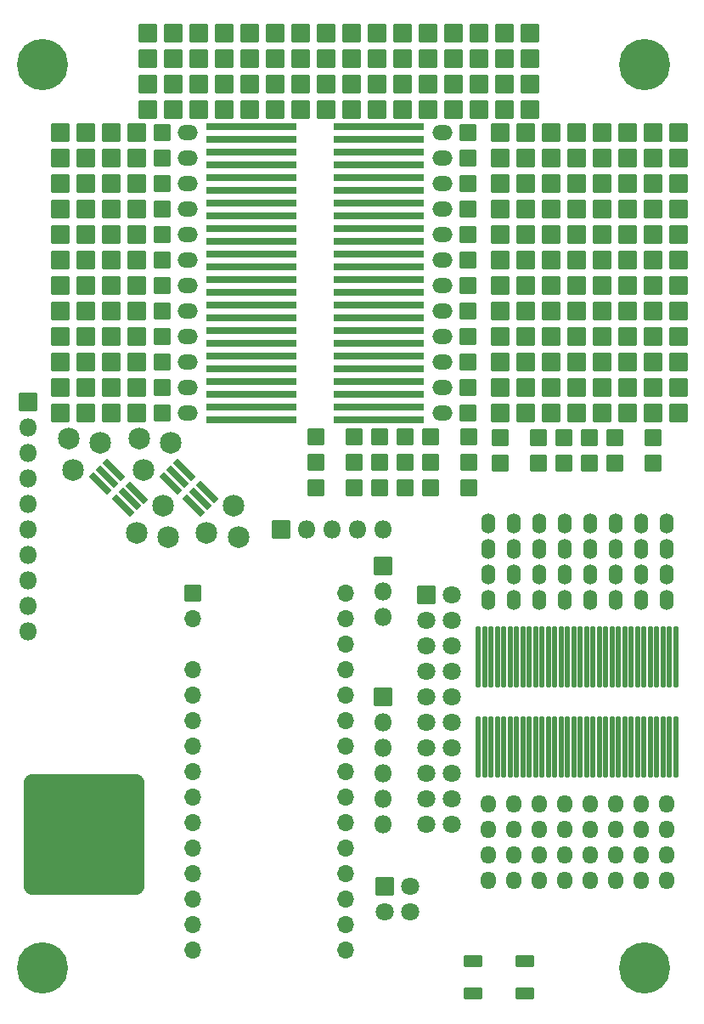
<source format=gbr>
%TF.GenerationSoftware,KiCad,Pcbnew,9.0.1*%
%TF.CreationDate,2025-05-07T10:28:02-04:00*%
%TF.ProjectId,BREAD_Slice_smtProto,42524541-445f-4536-9c69-63655f736d74,rev?*%
%TF.SameCoordinates,PX74eba40PY8552dc0*%
%TF.FileFunction,Soldermask,Top*%
%TF.FilePolarity,Negative*%
%FSLAX46Y46*%
G04 Gerber Fmt 4.6, Leading zero omitted, Abs format (unit mm)*
G04 Created by KiCad (PCBNEW 9.0.1) date 2025-05-07 10:28:02*
%MOMM*%
%LPD*%
G01*
G04 APERTURE LIST*
G04 Aperture macros list*
%AMRoundRect*
0 Rectangle with rounded corners*
0 $1 Rounding radius*
0 $2 $3 $4 $5 $6 $7 $8 $9 X,Y pos of 4 corners*
0 Add a 4 corners polygon primitive as box body*
4,1,4,$2,$3,$4,$5,$6,$7,$8,$9,$2,$3,0*
0 Add four circle primitives for the rounded corners*
1,1,$1+$1,$2,$3*
1,1,$1+$1,$4,$5*
1,1,$1+$1,$6,$7*
1,1,$1+$1,$8,$9*
0 Add four rect primitives between the rounded corners*
20,1,$1+$1,$2,$3,$4,$5,0*
20,1,$1+$1,$4,$5,$6,$7,0*
20,1,$1+$1,$6,$7,$8,$9,0*
20,1,$1+$1,$8,$9,$2,$3,0*%
G04 Aperture macros list end*
%ADD10RoundRect,0.050000X-0.850000X-0.850000X0.850000X-0.850000X0.850000X0.850000X-0.850000X0.850000X0*%
%ADD11C,1.800000*%
%ADD12C,5.100000*%
%ADD13RoundRect,0.050000X-0.800000X-0.800000X0.800000X-0.800000X0.800000X0.800000X-0.800000X0.800000X0*%
%ADD14O,1.700000X1.700000*%
%ADD15O,1.800000X1.800000*%
%ADD16RoundRect,0.050000X-4.445000X-0.325000X4.445000X-0.325000X4.445000X0.325000X-4.445000X0.325000X0*%
%ADD17O,2.000000X1.500000*%
%ADD18RoundRect,1.008333X-5.041667X-5.041667X5.041667X-5.041667X5.041667X5.041667X-5.041667X5.041667X0*%
%ADD19RoundRect,0.050000X0.800000X0.800000X-0.800000X0.800000X-0.800000X-0.800000X0.800000X-0.800000X0*%
%ADD20O,1.400000X2.000000*%
%ADD21RoundRect,0.050000X-0.175000X-3.000000X0.175000X-3.000000X0.175000X3.000000X-0.175000X3.000000X0*%
%ADD22O,1.500000X1.800000*%
%ADD23RoundRect,0.101600X-0.825500X-0.500000X0.825500X-0.500000X0.825500X0.500000X-0.825500X0.500000X0*%
%ADD24RoundRect,0.050000X0.850000X-0.850000X0.850000X0.850000X-0.850000X0.850000X-0.850000X-0.850000X0*%
%ADD25C,2.160000*%
%ADD26RoundRect,0.050000X1.078338X-0.689429X-0.689429X1.078338X-1.078338X0.689429X0.689429X-1.078338X0*%
G04 APERTURE END LIST*
D10*
%TO.C,REF\u002A\u002A*%
X39150000Y13150000D03*
D11*
X41690000Y13150000D03*
X39150000Y10610000D03*
X41690000Y10610000D03*
%TD*%
D10*
%TO.C,REF\u002A\u002A*%
X43310000Y42200000D03*
D11*
X45850000Y42200000D03*
X43310000Y39660000D03*
X45850000Y39660000D03*
X43310000Y37120000D03*
X45850000Y37120000D03*
X43310000Y34580000D03*
X45850000Y34580000D03*
X43310000Y32040000D03*
X45850000Y32040000D03*
X43310000Y29500000D03*
X45850000Y29500000D03*
X43310000Y26960000D03*
X45850000Y26960000D03*
X43310000Y24420000D03*
X45850000Y24420000D03*
X43310000Y21880000D03*
X45850000Y21880000D03*
X43310000Y19340000D03*
X45850000Y19340000D03*
%TD*%
D12*
%TO.C,H1*%
X5000000Y95000000D03*
%TD*%
%TO.C,H3*%
X65000000Y95000000D03*
%TD*%
%TO.C,H2*%
X5000000Y5000000D03*
%TD*%
%TO.C,H4*%
X65000000Y5000000D03*
%TD*%
D13*
%TO.C,A1*%
X20010000Y42360000D03*
D14*
X20010000Y39820000D03*
X20010000Y34740000D03*
X20010000Y32200000D03*
X20010000Y29660000D03*
X20010000Y27120000D03*
X20010000Y24580000D03*
X20010000Y22040000D03*
X20010000Y19500000D03*
X20010000Y16960000D03*
X20010000Y14420000D03*
X20010000Y11880000D03*
X20010000Y9340000D03*
X20010000Y6800000D03*
X35250000Y6800000D03*
X35250000Y9340000D03*
X35250000Y11880000D03*
X35250000Y14420000D03*
X35250000Y16960000D03*
X35250000Y19500000D03*
X35250000Y22040000D03*
X35250000Y24580000D03*
X35250000Y27120000D03*
X35250000Y29660000D03*
X35250000Y32200000D03*
X35250000Y34740000D03*
X35250000Y37280000D03*
X35250000Y39820000D03*
X35250000Y42360000D03*
%TD*%
D10*
%TO.C,J1*%
X3600000Y61450000D03*
D15*
X3600000Y58910000D03*
X3600000Y56370000D03*
X3600000Y53830000D03*
X3600000Y51290000D03*
X3600000Y48750000D03*
X3600000Y46210000D03*
X3600000Y43670000D03*
X3600000Y41130000D03*
X3600000Y38590000D03*
%TD*%
D13*
%TO.C,*%
X16990000Y88210000D03*
D16*
X25880000Y88845000D03*
D17*
X19530000Y88210000D03*
D16*
X25880000Y87575000D03*
X38580000Y87575000D03*
D17*
X44930000Y88210000D03*
D16*
X38580000Y88845000D03*
D13*
X47470000Y88210000D03*
%TD*%
D18*
%TO.C,HS1*%
X9200000Y18350000D03*
%TD*%
D13*
%TO.C,*%
X16990000Y78050000D03*
D16*
X25880000Y78685000D03*
D17*
X19530000Y78050000D03*
D16*
X25880000Y77415000D03*
X38580000Y77415000D03*
D17*
X44930000Y78050000D03*
D16*
X38580000Y78685000D03*
D13*
X47470000Y78050000D03*
%TD*%
D10*
%TO.C,*%
X18050000Y95630000D03*
X20590000Y95630000D03*
X20590000Y93090000D03*
X18050000Y93090000D03*
X15510000Y93090000D03*
X15510000Y95630000D03*
X15510000Y98170000D03*
X18050000Y98170000D03*
X20590000Y98170000D03*
X23130000Y98170000D03*
X23130000Y95630000D03*
X23130000Y93090000D03*
X23130000Y90550000D03*
X20590000Y90550000D03*
X18050000Y90550000D03*
X15510000Y90550000D03*
%TD*%
D13*
%TO.C,*%
X16990000Y60270000D03*
D16*
X25880000Y60905000D03*
D17*
X19530000Y60270000D03*
D16*
X25880000Y59635000D03*
X38580000Y59635000D03*
D17*
X44930000Y60270000D03*
D16*
X38580000Y60905000D03*
D13*
X47470000Y60270000D03*
%TD*%
D10*
%TO.C,*%
X53185000Y85670000D03*
X55725000Y85670000D03*
X55725000Y83130000D03*
X53185000Y83130000D03*
X50645000Y83130000D03*
X50645000Y85670000D03*
X50645000Y88210000D03*
X53185000Y88210000D03*
X55725000Y88210000D03*
X58265000Y88210000D03*
X58265000Y85670000D03*
X58265000Y83130000D03*
X58265000Y80590000D03*
X55725000Y80590000D03*
X53185000Y80590000D03*
X50645000Y80590000D03*
%TD*%
D19*
%TO.C,*%
X47475000Y55360000D03*
X43665000Y55360000D03*
X36045000Y55360000D03*
X32235000Y55360000D03*
X41125000Y55360000D03*
X38585000Y55360000D03*
%TD*%
%TO.C,*%
X47475000Y57900000D03*
X43665000Y57900000D03*
X36045000Y57900000D03*
X32235000Y57900000D03*
X41125000Y57900000D03*
X38585000Y57900000D03*
%TD*%
D20*
%TO.C,*%
X64665000Y49280000D03*
D21*
X65640000Y36000000D03*
D20*
X64665000Y46740000D03*
D21*
X64990000Y36000000D03*
D20*
X64665000Y44200000D03*
D21*
X64340000Y36000000D03*
D20*
X64665000Y41660000D03*
D21*
X63690000Y36000000D03*
X63690000Y27000000D03*
D22*
X64665000Y21340000D03*
D21*
X64340000Y27000000D03*
D22*
X64665000Y18800000D03*
D21*
X64990000Y27000000D03*
D22*
X64665000Y16260000D03*
D21*
X65640000Y27000000D03*
D22*
X64665000Y13720000D03*
%TD*%
D10*
%TO.C,*%
X9370000Y85670000D03*
X11910000Y85670000D03*
X11910000Y83130000D03*
X9370000Y83130000D03*
X6830000Y83130000D03*
X6830000Y85670000D03*
X6830000Y88210000D03*
X9370000Y88210000D03*
X11910000Y88210000D03*
X14450000Y88210000D03*
X14450000Y85670000D03*
X14450000Y83130000D03*
X14450000Y80590000D03*
X11910000Y80590000D03*
X9370000Y80590000D03*
X6830000Y80590000D03*
%TD*%
%TO.C,REF\u002A\u002A*%
X38925000Y45100000D03*
D15*
X38925000Y42560000D03*
X38925000Y40020000D03*
%TD*%
D20*
%TO.C,*%
X54505000Y49280000D03*
D21*
X55480000Y36000000D03*
D20*
X54505000Y46740000D03*
D21*
X54830000Y36000000D03*
D20*
X54505000Y44200000D03*
D21*
X54180000Y36000000D03*
D20*
X54505000Y41660000D03*
D21*
X53530000Y36000000D03*
X53530000Y27000000D03*
D22*
X54505000Y21340000D03*
D21*
X54180000Y27000000D03*
D22*
X54505000Y18800000D03*
D21*
X54830000Y27000000D03*
D22*
X54505000Y16260000D03*
D21*
X55480000Y27000000D03*
D22*
X54505000Y13720000D03*
%TD*%
D13*
%TO.C,*%
X16990000Y72970000D03*
D16*
X25880000Y73605000D03*
D17*
X19530000Y72970000D03*
D16*
X25880000Y72335000D03*
X38580000Y72335000D03*
D17*
X44930000Y72970000D03*
D16*
X38580000Y73605000D03*
D13*
X47470000Y72970000D03*
%TD*%
D20*
%TO.C,*%
X59585000Y49280000D03*
D21*
X60560000Y36000000D03*
D20*
X59585000Y46740000D03*
D21*
X59910000Y36000000D03*
D20*
X59585000Y44200000D03*
D21*
X59260000Y36000000D03*
D20*
X59585000Y41660000D03*
D21*
X58610000Y36000000D03*
X58610000Y27000000D03*
D22*
X59585000Y21340000D03*
D21*
X59260000Y27000000D03*
D22*
X59585000Y18800000D03*
D21*
X59910000Y27000000D03*
D22*
X59585000Y16260000D03*
D21*
X60560000Y27000000D03*
D22*
X59585000Y13720000D03*
%TD*%
D13*
%TO.C,*%
X16990000Y80590000D03*
D16*
X25880000Y81225000D03*
D17*
X19530000Y80590000D03*
D16*
X25880000Y79955000D03*
X38580000Y79955000D03*
D17*
X44930000Y80590000D03*
D16*
X38580000Y81225000D03*
D13*
X47470000Y80590000D03*
%TD*%
D10*
%TO.C,*%
X63345000Y85670000D03*
X65885000Y85670000D03*
X65885000Y83130000D03*
X63345000Y83130000D03*
X60805000Y83130000D03*
X60805000Y85670000D03*
X60805000Y88210000D03*
X63345000Y88210000D03*
X65885000Y88210000D03*
X68425000Y88210000D03*
X68425000Y85670000D03*
X68425000Y83130000D03*
X68425000Y80590000D03*
X65885000Y80590000D03*
X63345000Y80590000D03*
X60805000Y80590000D03*
%TD*%
D20*
%TO.C,*%
X49425000Y49280000D03*
D21*
X50400000Y36000000D03*
D20*
X49425000Y46740000D03*
D21*
X49750000Y36000000D03*
D20*
X49425000Y44200000D03*
D21*
X49100000Y36000000D03*
D20*
X49425000Y41660000D03*
D21*
X48450000Y36000000D03*
X48450000Y27000000D03*
D22*
X49425000Y21340000D03*
D21*
X49100000Y27000000D03*
D22*
X49425000Y18800000D03*
D21*
X49750000Y27000000D03*
D22*
X49425000Y16260000D03*
D21*
X50400000Y27000000D03*
D22*
X49425000Y13720000D03*
%TD*%
D10*
%TO.C,REF\u002A\u002A*%
X38975000Y31990000D03*
D15*
X38975000Y29450000D03*
X38975000Y26910000D03*
X38975000Y24370000D03*
X38975000Y21830000D03*
X38975000Y19290000D03*
%TD*%
D20*
%TO.C,*%
X62125000Y49280000D03*
D21*
X63100000Y36000000D03*
D20*
X62125000Y46740000D03*
D21*
X62450000Y36000000D03*
D20*
X62125000Y44200000D03*
D21*
X61800000Y36000000D03*
D20*
X62125000Y41660000D03*
D21*
X61150000Y36000000D03*
X61150000Y27000000D03*
D22*
X62125000Y21340000D03*
D21*
X61800000Y27000000D03*
D22*
X62125000Y18800000D03*
D21*
X62450000Y27000000D03*
D22*
X62125000Y16260000D03*
D21*
X63100000Y27000000D03*
D22*
X62125000Y13720000D03*
%TD*%
D10*
%TO.C,*%
X63345000Y75510000D03*
X65885000Y75510000D03*
X65885000Y72970000D03*
X63345000Y72970000D03*
X60805000Y72970000D03*
X60805000Y75510000D03*
X60805000Y78050000D03*
X63345000Y78050000D03*
X65885000Y78050000D03*
X68425000Y78050000D03*
X68425000Y75510000D03*
X68425000Y72970000D03*
X68425000Y70430000D03*
X65885000Y70430000D03*
X63345000Y70430000D03*
X60805000Y70430000D03*
%TD*%
D23*
%TO.C,D1*%
X47923000Y5667231D03*
X47923000Y2467231D03*
X53077000Y2467231D03*
X53077000Y5667231D03*
%TD*%
D10*
%TO.C,*%
X63345000Y65350000D03*
X65885000Y65350000D03*
X65885000Y62810000D03*
X63345000Y62810000D03*
X60805000Y62810000D03*
X60805000Y65350000D03*
X60805000Y67890000D03*
X63345000Y67890000D03*
X65885000Y67890000D03*
X68425000Y67890000D03*
X68425000Y65350000D03*
X68425000Y62810000D03*
X68425000Y60270000D03*
X65885000Y60270000D03*
X63345000Y60270000D03*
X60805000Y60270000D03*
%TD*%
%TO.C,*%
X53185000Y75510000D03*
X55725000Y75510000D03*
X55725000Y72970000D03*
X53185000Y72970000D03*
X50645000Y72970000D03*
X50645000Y75510000D03*
X50645000Y78050000D03*
X53185000Y78050000D03*
X55725000Y78050000D03*
X58265000Y78050000D03*
X58265000Y75510000D03*
X58265000Y72970000D03*
X58265000Y70430000D03*
X55725000Y70430000D03*
X53185000Y70430000D03*
X50645000Y70430000D03*
%TD*%
D24*
%TO.C,REF\u002A\u002A*%
X28765000Y48700000D03*
D15*
X31305000Y48700000D03*
X33845000Y48700000D03*
X36385000Y48700000D03*
X38925000Y48700000D03*
%TD*%
D25*
%TO.C,*%
X14373516Y48361797D03*
D26*
X13037084Y51048803D03*
D25*
X17516606Y47912784D03*
D26*
X13708836Y51720554D03*
D25*
X17067593Y51055874D03*
D26*
X14380587Y52392306D03*
X12117846Y54655047D03*
D25*
X10781414Y57342053D03*
D26*
X11446094Y53983296D03*
D25*
X7638324Y57791066D03*
D26*
X10774343Y53311544D03*
D25*
X8087337Y54647976D03*
%TD*%
D20*
%TO.C,*%
X57045000Y49280000D03*
D21*
X58020000Y36000000D03*
D20*
X57045000Y46740000D03*
D21*
X57370000Y36000000D03*
D20*
X57045000Y44200000D03*
D21*
X56720000Y36000000D03*
D20*
X57045000Y41660000D03*
D21*
X56070000Y36000000D03*
X56070000Y27000000D03*
D22*
X57045000Y21340000D03*
D21*
X56720000Y27000000D03*
D22*
X57045000Y18800000D03*
D21*
X57370000Y27000000D03*
D22*
X57045000Y16260000D03*
D21*
X58020000Y27000000D03*
D22*
X57045000Y13720000D03*
%TD*%
D10*
%TO.C,*%
X48530000Y95630000D03*
X51070000Y95630000D03*
X51070000Y93090000D03*
X48530000Y93090000D03*
X45990000Y93090000D03*
X45990000Y95630000D03*
X45990000Y98170000D03*
X48530000Y98170000D03*
X51070000Y98170000D03*
X53610000Y98170000D03*
X53610000Y95630000D03*
X53610000Y93090000D03*
X53610000Y90550000D03*
X51070000Y90550000D03*
X48530000Y90550000D03*
X45990000Y90550000D03*
%TD*%
D25*
%TO.C,*%
X21389680Y48366243D03*
D26*
X20053248Y51053249D03*
D25*
X24532770Y47917230D03*
D26*
X20725000Y51725000D03*
D25*
X24083757Y51060320D03*
D26*
X21396751Y52396752D03*
X19134010Y54659493D03*
D25*
X17797578Y57346499D03*
D26*
X18462258Y53987742D03*
D25*
X14654488Y57795512D03*
D26*
X17790507Y53315990D03*
D25*
X15103501Y54652422D03*
%TD*%
D20*
%TO.C,*%
X67205000Y49280000D03*
D21*
X68180000Y36000000D03*
D20*
X67205000Y46740000D03*
D21*
X67530000Y36000000D03*
D20*
X67205000Y44200000D03*
D21*
X66880000Y36000000D03*
D20*
X67205000Y41660000D03*
D21*
X66230000Y36000000D03*
X66230000Y27000000D03*
D22*
X67205000Y21340000D03*
D21*
X66880000Y27000000D03*
D22*
X67205000Y18800000D03*
D21*
X67530000Y27000000D03*
D22*
X67205000Y16260000D03*
D21*
X68180000Y27000000D03*
D22*
X67205000Y13720000D03*
%TD*%
D13*
%TO.C,*%
X16990000Y85670000D03*
D16*
X25880000Y86305000D03*
D17*
X19530000Y85670000D03*
D16*
X25880000Y85035000D03*
X38580000Y85035000D03*
D17*
X44930000Y85670000D03*
D16*
X38580000Y86305000D03*
D13*
X47470000Y85670000D03*
%TD*%
D10*
%TO.C,*%
X9370000Y65350000D03*
X11910000Y65350000D03*
X11910000Y62810000D03*
X9370000Y62810000D03*
X6830000Y62810000D03*
X6830000Y65350000D03*
X6830000Y67890000D03*
X9370000Y67890000D03*
X11910000Y67890000D03*
X14450000Y67890000D03*
X14450000Y65350000D03*
X14450000Y62810000D03*
X14450000Y60270000D03*
X11910000Y60270000D03*
X9370000Y60270000D03*
X6830000Y60270000D03*
%TD*%
D13*
%TO.C,*%
X16990000Y83130000D03*
D16*
X25880000Y83765000D03*
D17*
X19530000Y83130000D03*
D16*
X25880000Y82495000D03*
X38580000Y82495000D03*
D17*
X44930000Y83130000D03*
D16*
X38580000Y83765000D03*
D13*
X47470000Y83130000D03*
%TD*%
%TO.C,*%
X16990000Y62810000D03*
D16*
X25880000Y63445000D03*
D17*
X19530000Y62810000D03*
D16*
X25880000Y62175000D03*
X38580000Y62175000D03*
D17*
X44930000Y62810000D03*
D16*
X38580000Y63445000D03*
D13*
X47470000Y62810000D03*
%TD*%
D10*
%TO.C,*%
X38370000Y95630000D03*
X40910000Y95630000D03*
X40910000Y93090000D03*
X38370000Y93090000D03*
X35830000Y93090000D03*
X35830000Y95630000D03*
X35830000Y98170000D03*
X38370000Y98170000D03*
X40910000Y98170000D03*
X43450000Y98170000D03*
X43450000Y95630000D03*
X43450000Y93090000D03*
X43450000Y90550000D03*
X40910000Y90550000D03*
X38370000Y90550000D03*
X35830000Y90550000D03*
%TD*%
%TO.C,*%
X28210000Y95630000D03*
X30750000Y95630000D03*
X30750000Y93090000D03*
X28210000Y93090000D03*
X25670000Y93090000D03*
X25670000Y95630000D03*
X25670000Y98170000D03*
X28210000Y98170000D03*
X30750000Y98170000D03*
X33290000Y98170000D03*
X33290000Y95630000D03*
X33290000Y93090000D03*
X33290000Y90550000D03*
X30750000Y90550000D03*
X28210000Y90550000D03*
X25670000Y90550000D03*
%TD*%
D19*
%TO.C,*%
X65875000Y57840000D03*
X62065000Y57840000D03*
X54445000Y57840000D03*
X50635000Y57840000D03*
X59525000Y57840000D03*
X56985000Y57840000D03*
%TD*%
D10*
%TO.C,*%
X9370000Y75510000D03*
X11910000Y75510000D03*
X11910000Y72970000D03*
X9370000Y72970000D03*
X6830000Y72970000D03*
X6830000Y75510000D03*
X6830000Y78050000D03*
X9370000Y78050000D03*
X11910000Y78050000D03*
X14450000Y78050000D03*
X14450000Y75510000D03*
X14450000Y72970000D03*
X14450000Y70430000D03*
X11910000Y70430000D03*
X9370000Y70430000D03*
X6830000Y70430000D03*
%TD*%
D19*
%TO.C,*%
X47475000Y52820000D03*
X43665000Y52820000D03*
X36045000Y52820000D03*
X32235000Y52820000D03*
X41125000Y52820000D03*
X38585000Y52820000D03*
%TD*%
D10*
%TO.C,*%
X53185000Y65350000D03*
X55725000Y65350000D03*
X55725000Y62810000D03*
X53185000Y62810000D03*
X50645000Y62810000D03*
X50645000Y65350000D03*
X50645000Y67890000D03*
X53185000Y67890000D03*
X55725000Y67890000D03*
X58265000Y67890000D03*
X58265000Y65350000D03*
X58265000Y62810000D03*
X58265000Y60270000D03*
X55725000Y60270000D03*
X53185000Y60270000D03*
X50645000Y60270000D03*
%TD*%
D13*
%TO.C,*%
X16990000Y70430000D03*
D16*
X25880000Y71065000D03*
D17*
X19530000Y70430000D03*
D16*
X25880000Y69795000D03*
X38580000Y69795000D03*
D17*
X44930000Y70430000D03*
D16*
X38580000Y71065000D03*
D13*
X47470000Y70430000D03*
%TD*%
%TO.C,*%
X16990000Y67890000D03*
D16*
X25880000Y68525000D03*
D17*
X19530000Y67890000D03*
D16*
X25880000Y67255000D03*
X38580000Y67255000D03*
D17*
X44930000Y67890000D03*
D16*
X38580000Y68525000D03*
D13*
X47470000Y67890000D03*
%TD*%
%TO.C,*%
X16990000Y65350000D03*
D16*
X25880000Y65985000D03*
D17*
X19530000Y65350000D03*
D16*
X25880000Y64715000D03*
X38580000Y64715000D03*
D17*
X44930000Y65350000D03*
D16*
X38580000Y65985000D03*
D13*
X47470000Y65350000D03*
%TD*%
D20*
%TO.C,*%
X51965000Y49280000D03*
D21*
X52940000Y36000000D03*
D20*
X51965000Y46740000D03*
D21*
X52290000Y36000000D03*
D20*
X51965000Y44200000D03*
D21*
X51640000Y36000000D03*
D20*
X51965000Y41660000D03*
D21*
X50990000Y36000000D03*
X50990000Y27000000D03*
D22*
X51965000Y21340000D03*
D21*
X51640000Y27000000D03*
D22*
X51965000Y18800000D03*
D21*
X52290000Y27000000D03*
D22*
X51965000Y16260000D03*
D21*
X52940000Y27000000D03*
D22*
X51965000Y13720000D03*
%TD*%
D13*
%TO.C,*%
X16990000Y75510000D03*
D16*
X25880000Y76145000D03*
D17*
X19530000Y75510000D03*
D16*
X25880000Y74875000D03*
X38580000Y74875000D03*
D17*
X44930000Y75510000D03*
D16*
X38580000Y76145000D03*
D13*
X47470000Y75510000D03*
%TD*%
D19*
%TO.C,*%
X65875000Y55300000D03*
X62065000Y55300000D03*
X54445000Y55300000D03*
X50635000Y55300000D03*
X59525000Y55300000D03*
X56985000Y55300000D03*
%TD*%
M02*

</source>
